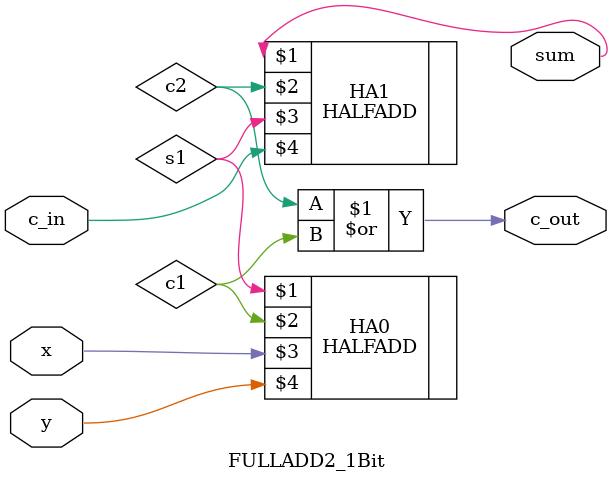
<source format=v>
`timescale 1ns / 1ps

module FULLADD2_1Bit(sum,c_out,x,y,c_in);

input x,y,c_in;

output sum,c_out;

wire s1, c1, c2;

HALFADD HA0(s1,c1,x,y);
HALFADD HA1(sum,c2,s1,c_in);

or(c_out, c2, c1);

endmodule

</source>
